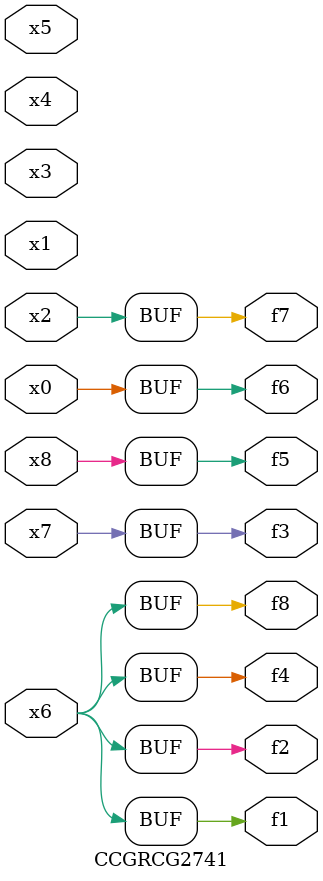
<source format=v>
module CCGRCG2741(
	input x0, x1, x2, x3, x4, x5, x6, x7, x8,
	output f1, f2, f3, f4, f5, f6, f7, f8
);
	assign f1 = x6;
	assign f2 = x6;
	assign f3 = x7;
	assign f4 = x6;
	assign f5 = x8;
	assign f6 = x0;
	assign f7 = x2;
	assign f8 = x6;
endmodule

</source>
